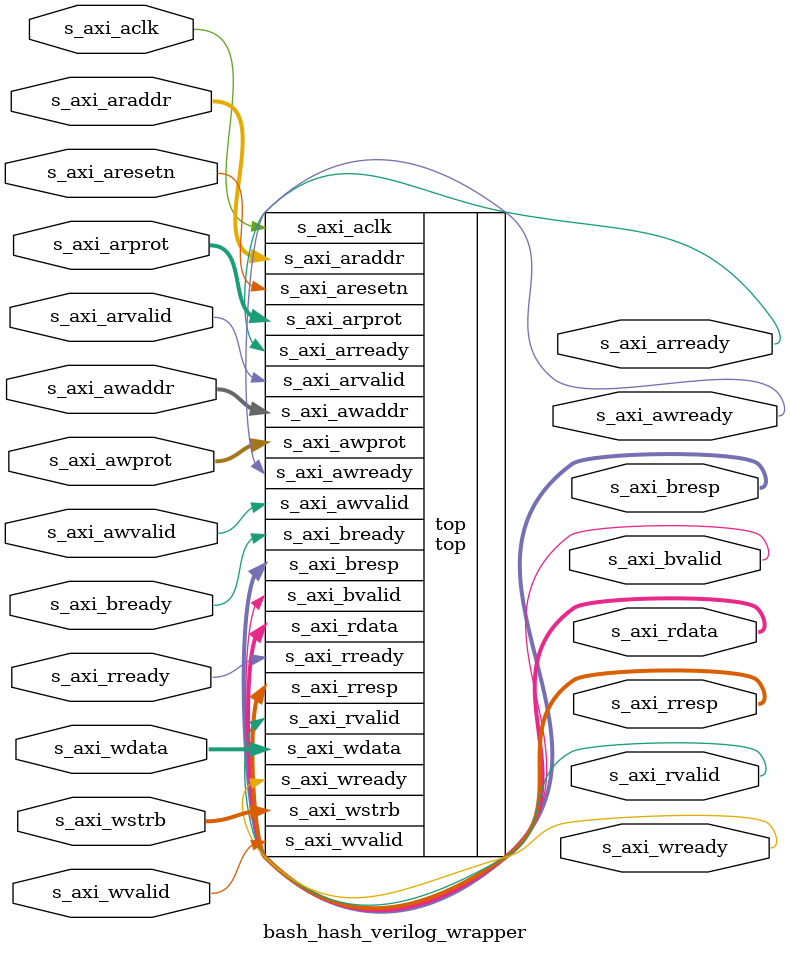
<source format=v>
module bash_hash_verilog_wrapper (
  input         s_axi_aclk,
  input         s_axi_aresetn,
  
  input  [7:0]  s_axi_awaddr,
  input  [2:0]  s_axi_awprot,
  input         s_axi_awvalid,
  output        s_axi_awready,        
  
  input  [31:0] s_axi_wdata,
  input  [3:0]  s_axi_wstrb,
  input         s_axi_wvalid,
  output        s_axi_wready,     
  
  output [1:0]  s_axi_bresp,
  output        s_axi_bvalid,
  input         s_axi_bready,   
  
  input  [7:0]  s_axi_araddr,
  input  [2:0]  s_axi_arprot,
  input         s_axi_arvalid,
  output        s_axi_arready,

  output [31:0] s_axi_rdata,
  output [1:0]  s_axi_rresp,
  output        s_axi_rvalid,
  input         s_axi_rready
);

top top (
  .s_axi_aclk   (s_axi_aclk),
  .s_axi_aresetn(s_axi_aresetn),
  .s_axi_awaddr (s_axi_awaddr),
  .s_axi_awprot (s_axi_awprot),
  .s_axi_awvalid(s_axi_awvalid),
  .s_axi_awready(s_axi_awready),         
  .s_axi_wdata  (s_axi_wdata),
  .s_axi_wstrb  (s_axi_wstrb),
  .s_axi_wvalid (s_axi_wvalid),
  .s_axi_wready (s_axi_wready),         
  .s_axi_bresp  (s_axi_bresp),
  .s_axi_bvalid (s_axi_bvalid),
  .s_axi_bready (s_axi_bready),           
  .s_axi_araddr (s_axi_araddr),
  .s_axi_arprot (s_axi_arprot),
  .s_axi_arvalid(s_axi_arvalid),
  .s_axi_arready(s_axi_arready),         
  .s_axi_rdata  (s_axi_rdata),
  .s_axi_rresp  (s_axi_rresp),
  .s_axi_rvalid (s_axi_rvalid),
  .s_axi_rready (s_axi_rready)
);
 
endmodule
</source>
